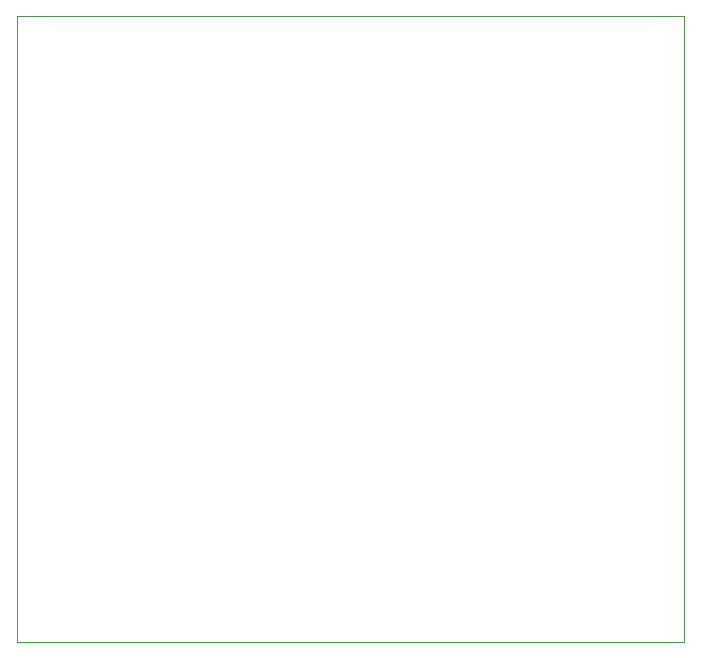
<source format=gbr>
%TF.GenerationSoftware,KiCad,Pcbnew,8.0.1*%
%TF.CreationDate,2025-01-14T19:30:57+01:00*%
%TF.ProjectId,plant caretaker,706c616e-7420-4636-9172-6574616b6572,rev?*%
%TF.SameCoordinates,Original*%
%TF.FileFunction,Profile,NP*%
%FSLAX46Y46*%
G04 Gerber Fmt 4.6, Leading zero omitted, Abs format (unit mm)*
G04 Created by KiCad (PCBNEW 8.0.1) date 2025-01-14 19:30:57*
%MOMM*%
%LPD*%
G01*
G04 APERTURE LIST*
%TA.AperFunction,Profile*%
%ADD10C,0.050000*%
%TD*%
G04 APERTURE END LIST*
D10*
X113250000Y-71875000D02*
X169750000Y-71875000D01*
X169750000Y-124875000D01*
X113250000Y-124875000D01*
X113250000Y-71875000D01*
M02*

</source>
